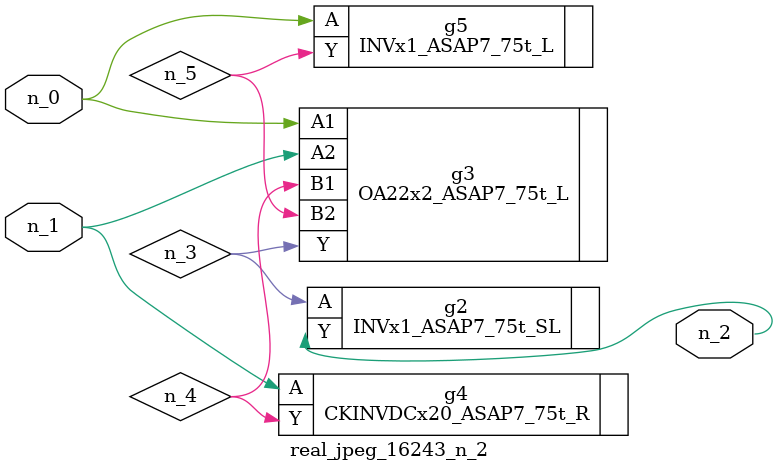
<source format=v>
module real_jpeg_16243_n_2 (n_1, n_0, n_2);

input n_1;
input n_0;

output n_2;

wire n_5;
wire n_4;
wire n_3;

OA22x2_ASAP7_75t_L g3 ( 
.A1(n_0),
.A2(n_1),
.B1(n_4),
.B2(n_5),
.Y(n_3)
);

INVx1_ASAP7_75t_L g5 ( 
.A(n_0),
.Y(n_5)
);

CKINVDCx20_ASAP7_75t_R g4 ( 
.A(n_1),
.Y(n_4)
);

INVx1_ASAP7_75t_SL g2 ( 
.A(n_3),
.Y(n_2)
);


endmodule
</source>
